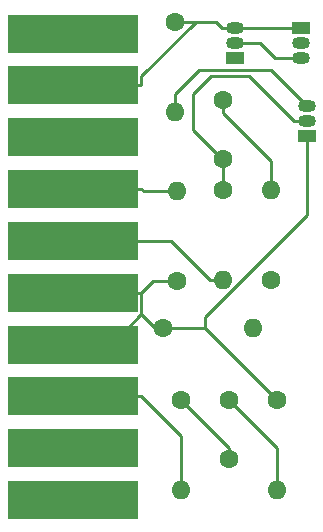
<source format=gbr>
G04 #@! TF.GenerationSoftware,KiCad,Pcbnew,(2017-12-21 revision 23d71cfa9)-makepkg*
G04 #@! TF.CreationDate,2018-08-18T11:58:49-04:00*
G04 #@! TF.ProjectId,OdysseyDaughterCardVertSyncGenerator,4F647973736579446175676874657243,0.2*
G04 #@! TF.SameCoordinates,Original*
G04 #@! TF.FileFunction,Copper,L2,Bot,Signal*
G04 #@! TF.FilePolarity,Positive*
%FSLAX46Y46*%
G04 Gerber Fmt 4.6, Leading zero omitted, Abs format (unit mm)*
G04 Created by KiCad (PCBNEW (2017-12-21 revision 23d71cfa9)-makepkg) date 08/18/18 11:58:49*
%MOMM*%
%LPD*%
G01*
G04 APERTURE LIST*
%ADD10R,11.000000X3.250000*%
%ADD11O,1.500000X1.050000*%
%ADD12R,1.500000X1.050000*%
%ADD13C,1.600000*%
%ADD14O,1.600000X1.600000*%
%ADD15C,0.250000*%
G04 APERTURE END LIST*
D10*
X129000000Y-81250000D03*
X129000000Y-85638888D03*
X129000000Y-90027776D03*
X129000000Y-94416664D03*
X129000000Y-98805552D03*
X129000000Y-103194440D03*
X129000000Y-107583328D03*
X129000000Y-111972216D03*
X129000000Y-116361104D03*
X129000000Y-120749992D03*
D11*
X148844000Y-88646000D03*
X148844000Y-87376000D03*
D12*
X148844000Y-89916000D03*
D11*
X148336000Y-82042000D03*
X148336000Y-83312000D03*
D12*
X148336000Y-80772000D03*
X142748000Y-83312000D03*
D11*
X142748000Y-80772000D03*
X142748000Y-82042000D03*
D13*
X137668000Y-80264000D03*
D14*
X137668000Y-87884000D03*
X141732000Y-102108000D03*
D13*
X141732000Y-94488000D03*
D14*
X138176000Y-119888000D03*
D13*
X138176000Y-112268000D03*
X145796000Y-102108000D03*
D14*
X145796000Y-94488000D03*
D13*
X146304000Y-112268000D03*
D14*
X146304000Y-119888000D03*
D13*
X136652000Y-106172000D03*
D14*
X144272000Y-106172000D03*
X137795000Y-94615000D03*
D13*
X137795000Y-102235000D03*
X141732000Y-86868000D03*
X141732000Y-91868000D03*
X142240000Y-117268000D03*
X142240000Y-112268000D03*
D15*
X141732000Y-86868000D02*
X141732000Y-87999370D01*
X141732000Y-87999370D02*
X145796000Y-92063370D01*
X145796000Y-92063370D02*
X145796000Y-93356630D01*
X145796000Y-93356630D02*
X145796000Y-94488000D01*
X139192000Y-89408000D02*
X141652000Y-91868000D01*
X141652000Y-91868000D02*
X141732000Y-91868000D01*
X139192000Y-86360000D02*
X139192000Y-89408000D01*
X140716000Y-84836000D02*
X139192000Y-86360000D01*
X147768700Y-88646000D02*
X143958700Y-84836000D01*
X143958700Y-84836000D02*
X140716000Y-84836000D01*
X148844000Y-88646000D02*
X147768700Y-88646000D01*
X141732000Y-94488000D02*
X141732000Y-91868000D01*
X138176000Y-112268000D02*
X142240000Y-116332000D01*
X142240000Y-116332000D02*
X142240000Y-117268000D01*
X146304000Y-116332000D02*
X142240000Y-112268000D01*
X146304000Y-119888000D02*
X146304000Y-116332000D01*
X137668000Y-86360000D02*
X139700000Y-84328000D01*
X137668000Y-87884000D02*
X137668000Y-86360000D01*
X139700000Y-84328000D02*
X145796000Y-84328000D01*
X145796000Y-84328000D02*
X148844000Y-87376000D01*
X138176000Y-115322900D02*
X134825300Y-111972200D01*
X138176000Y-119888000D02*
X138176000Y-115322900D01*
X129000000Y-111972200D02*
X134825300Y-111972200D01*
X129000000Y-107583300D02*
X131912700Y-107583300D01*
X129000000Y-103194400D02*
X134825300Y-103194400D01*
X135974500Y-106172000D02*
X134825300Y-105022800D01*
X136652000Y-106172000D02*
X135974500Y-106172000D01*
X132264800Y-107583300D02*
X134825300Y-105022800D01*
X131912700Y-107583300D02*
X132264800Y-107583300D01*
X134825300Y-105022800D02*
X134825300Y-103194400D01*
X135784700Y-102235000D02*
X134825300Y-103194400D01*
X137795000Y-102235000D02*
X135784700Y-102235000D01*
X140208000Y-105223600D02*
X140208000Y-106172000D01*
X148844000Y-96587600D02*
X140208000Y-105223600D01*
X148844000Y-89916000D02*
X148844000Y-96587600D01*
X146304000Y-112268000D02*
X140208000Y-106172000D01*
X140208000Y-106172000D02*
X136652000Y-106172000D01*
X146142100Y-83312000D02*
X148336000Y-83312000D01*
X144872100Y-82042000D02*
X146142100Y-83312000D01*
X142748000Y-82042000D02*
X144872100Y-82042000D01*
X142748000Y-80772000D02*
X148336000Y-80772000D01*
X142748000Y-80772000D02*
X141672700Y-80772000D01*
X137668000Y-80264000D02*
X139416400Y-80264000D01*
X141164700Y-80264000D02*
X141672700Y-80772000D01*
X139416400Y-80264000D02*
X141164700Y-80264000D01*
X134825300Y-84855100D02*
X134825300Y-85638900D01*
X139416400Y-80264000D02*
X134825300Y-84855100D01*
X129000000Y-85638900D02*
X134825300Y-85638900D01*
X135023600Y-94615000D02*
X134825300Y-94416700D01*
X137795000Y-94615000D02*
X135023600Y-94615000D01*
X129000000Y-94416700D02*
X134825300Y-94416700D01*
X137304200Y-98805500D02*
X129000000Y-98805500D01*
X140606700Y-102108000D02*
X137304200Y-98805500D01*
X141732000Y-102108000D02*
X140606700Y-102108000D01*
M02*

</source>
